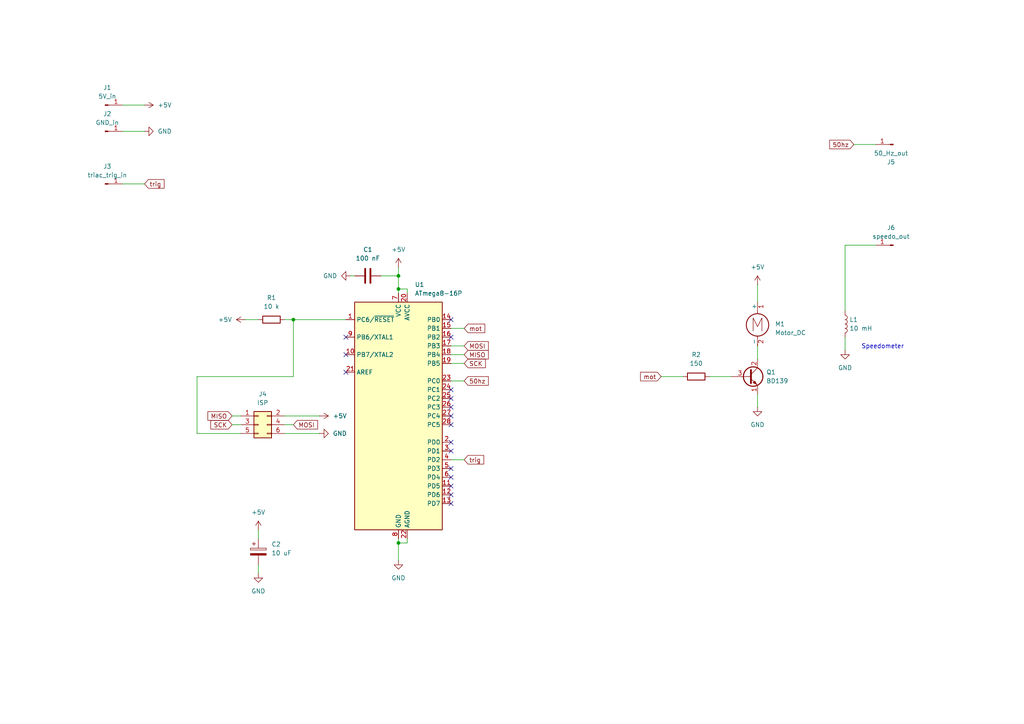
<source format=kicad_sch>
(kicad_sch (version 20231120) (generator "eeschema") (generator_version "8.0")
  (paper "A4")
  (title_block (title "Motor mockup"))
  (lib_symbols
    (symbol "Connector:Conn_01x01_Pin" (pin_names (offset 1.016) hide)
      (property "Reference" "J" (at 0 2.54 0))
      (property "Value" "Conn_01x01_Pin" (at 0 -2.54 0))
      (symbol "Conn_01x01_Pin_1_1"
        (polyline (pts (xy 1.27 0) (xy 0.8636 0)) (stroke (width 0.1524)))
        (rectangle (start 0.8636 0.127) (end 0 -0.127) (stroke (width 0.1524)) (fill (type outline)))
        (pin passive line (at 5.08 0 180) (length 3.81) (name "Pin_1") (number "1"))
      )
    )
    (symbol "Connector_Generic:Conn_02x03_Odd_Even" (pin_names (offset 1.016) hide)
      (property "Reference" "J" (at 1.27 5.08 0))
      (property "Value" "Conn_02x03_Odd_Even" (at 1.27 -5.08 0))
      (symbol "Conn_02x03_Odd_Even_1_1"
        (rectangle (start -1.27 -2.413) (end 0 -2.667) (stroke (width 0.1524)))
        (rectangle (start -1.27 0.127) (end 0 -0.127) (stroke (width 0.1524)))
        (rectangle (start -1.27 2.667) (end 0 2.413) (stroke (width 0.1524)))
        (rectangle (start -1.27 3.81) (end 3.81 -3.81) (stroke (width 0.254)) (fill (type background)))
        (rectangle (start 3.81 -2.413) (end 2.54 -2.667) (stroke (width 0.1524)))
        (rectangle (start 3.81 0.127) (end 2.54 -0.127) (stroke (width 0.1524)))
        (rectangle (start 3.81 2.667) (end 2.54 2.413) (stroke (width 0.1524)))
        (pin passive line (at -5.08 2.54 0) (length 3.81) (name "Pin_1") (number "1"))
        (pin passive line (at 7.62 2.54 180) (length 3.81) (name "Pin_2") (number "2"))
        (pin passive line (at -5.08 0 0) (length 3.81) (name "Pin_3") (number "3"))
        (pin passive line (at 7.62 0 180) (length 3.81) (name "Pin_4") (number "4"))
        (pin passive line (at -5.08 -2.54 0) (length 3.81) (name "Pin_5") (number "5"))
        (pin passive line (at 7.62 -2.54 180) (length 3.81) (name "Pin_6") (number "6"))
      )
    )
    (symbol "Device:C" (pin_numbers hide) (pin_names (offset 0.254))
      (property "Reference" "C" (at 0.635 2.54 0))
      (property "Value" "C" (at 0.635 -2.54 0))
      (symbol "C_0_1"
        (polyline (pts (xy -2.032 -0.762) (xy 2.032 -0.762)) (stroke (width 0.508)))
        (polyline (pts (xy -2.032 0.762) (xy 2.032 0.762)) (stroke (width 0.508)))
      )
      (symbol "C_1_1"
        (pin passive line (at 0 3.81 270) (length 2.794) (name "~") (number "1"))
        (pin passive line (at 0 -3.81 90) (length 2.794) (name "~") (number "2"))
      )
    )
    (symbol "Device:C_Polarized" (pin_numbers hide) (pin_names (offset 0.254))
      (property "Reference" "C" (at 0.635 2.54 0))
      (property "Value" "C_Polarized" (at 0.635 -2.54 0))
      (symbol "C_Polarized_0_1"
        (rectangle (start -2.286 0.508) (end 2.286 1.016))
        (polyline (pts (xy -1.778 2.286) (xy -0.762 2.286)))
        (polyline (pts (xy -1.27 2.794) (xy -1.27 1.778)))
        (rectangle (start 2.286 -0.508) (end -2.286 -1.016) (fill (type outline)))
      )
      (symbol "C_Polarized_1_1"
        (pin passive line (at 0 3.81 270) (length 2.794) (name "~") (number "1"))
        (pin passive line (at 0 -3.81 90) (length 2.794) (name "~") (number "2"))
      )
    )
    (symbol "Device:L" (pin_numbers hide) (pin_names (offset 1.016) hide)
      (property "Reference" "L" (at -1.27 0 90))
      (property "Value" "L" (at 1.905 0 90))
      (symbol "L_0_1"
        (arc (start 0 -2.54) (mid 0.6323 -1.905) (end 0 -1.27))
        (arc (start 0 -1.27) (mid 0.6323 -0.635) (end 0 0))
        (arc (start 0 0) (mid 0.6323 0.635) (end 0 1.27))
        (arc (start 0 1.27) (mid 0.6323 1.905) (end 0 2.54))
      )
      (symbol "L_1_1"
        (pin passive line (at 0 3.81 270) (length 1.27) (name "1") (number "1"))
        (pin passive line (at 0 -3.81 90) (length 1.27) (name "2") (number "2"))
      )
    )
    (symbol "Device:R" (pin_numbers hide) (pin_names (offset 0))
      (property "Reference" "R" (at 2.032 0 90))
      (property "Value" "R" (at 0 0 90))
      (symbol "R_0_1"
        (rectangle (start -1.016 -2.54) (end 1.016 2.54) (stroke (width 0.254)))
      )
      (symbol "R_1_1"
        (pin passive line (at 0 3.81 270) (length 1.27) (name "~") (number "1"))
        (pin passive line (at 0 -3.81 90) (length 1.27) (name "~") (number "2"))
      )
    )
    (symbol "MCU_Microchip_ATmega:ATmega8-16P"
      (property "Reference" "U" (at -12.7 34.29 0))
      (property "Value" "ATmega8-16P" (at 5.08 -34.29 0))
      (symbol "ATmega8-16P_0_1"
        (rectangle (start -12.7 -33.02) (end 12.7 33.02) (stroke (width 0.254)) (fill (type background)))
      )
      (symbol "ATmega8-16P_1_1"
        (pin bidirectional line (at -15.24 27.94 0) (length 2.54) (name "PC6/~{RESET}") (number "1"))
        (pin bidirectional line (at -15.24 17.78 0) (length 2.54) (name "PB7/XTAL2") (number "10"))
        (pin bidirectional line (at 15.24 -20.32 180) (length 2.54) (name "PD5") (number "11"))
        (pin bidirectional line (at 15.24 -22.86 180) (length 2.54) (name "PD6") (number "12"))
        (pin bidirectional line (at 15.24 -25.4 180) (length 2.54) (name "PD7") (number "13"))
        (pin bidirectional line (at 15.24 27.94 180) (length 2.54) (name "PB0") (number "14"))
        (pin bidirectional line (at 15.24 25.4 180) (length 2.54) (name "PB1") (number "15"))
        (pin bidirectional line (at 15.24 22.86 180) (length 2.54) (name "PB2") (number "16"))
        (pin bidirectional line (at 15.24 20.32 180) (length 2.54) (name "PB3") (number "17"))
        (pin bidirectional line (at 15.24 17.78 180) (length 2.54) (name "PB4") (number "18"))
        (pin bidirectional line (at 15.24 15.24 180) (length 2.54) (name "PB5") (number "19"))
        (pin bidirectional line (at 15.24 -7.62 180) (length 2.54) (name "PD0") (number "2"))
        (pin power_in line (at 2.54 35.56 270) (length 2.54) (name "AVCC") (number "20"))
        (pin passive line (at -15.24 12.7 0) (length 2.54) (name "AREF") (number "21"))
        (pin power_in line (at 2.54 -35.56 90) (length 2.54) (name "AGND") (number "22"))
        (pin bidirectional line (at 15.24 10.16 180) (length 2.54) (name "PC0") (number "23"))
        (pin bidirectional line (at 15.24 7.62 180) (length 2.54) (name "PC1") (number "24"))
        (pin bidirectional line (at 15.24 5.08 180) (length 2.54) (name "PC2") (number "25"))
        (pin bidirectional line (at 15.24 2.54 180) (length 2.54) (name "PC3") (number "26"))
        (pin bidirectional line (at 15.24 0 180) (length 2.54) (name "PC4") (number "27"))
        (pin bidirectional line (at 15.24 -2.54 180) (length 2.54) (name "PC5") (number "28"))
        (pin bidirectional line (at 15.24 -10.16 180) (length 2.54) (name "PD1") (number "3"))
        (pin bidirectional line (at 15.24 -12.7 180) (length 2.54) (name "PD2") (number "4"))
        (pin bidirectional line (at 15.24 -15.24 180) (length 2.54) (name "PD3") (number "5"))
        (pin bidirectional line (at 15.24 -17.78 180) (length 2.54) (name "PD4") (number "6"))
        (pin power_in line (at 0 35.56 270) (length 2.54) (name "VCC") (number "7"))
        (pin power_in line (at 0 -35.56 90) (length 2.54) (name "GND") (number "8"))
        (pin bidirectional line (at -15.24 22.86 0) (length 2.54) (name "PB6/XTAL1") (number "9"))
      )
    )
    (symbol "Motor:Motor_DC" (pin_names (offset 0))
      (property "Reference" "M" (at 2.54 2.54 0))
      (property "Value" "Motor_DC" (at 2.54 -5.08 0))
      (symbol "Motor_DC_0_0"
        (polyline (pts (xy -1.27 -3.302) (xy -1.27 0.508) (xy 0 -2.032) (xy 1.27 0.508) (xy 1.27 -3.302)))
      )
      (symbol "Motor_DC_0_1"
        (circle (center 0 -1.524) (radius 3.2512) (stroke (width 0.254)))
        (polyline (pts (xy 0 -7.62) (xy 0 -7.112)))
        (polyline (pts (xy 0 -4.7752) (xy 0 -5.1816)))
        (polyline (pts (xy 0 1.7272) (xy 0 2.0828)))
        (polyline (pts (xy 0 2.032) (xy 0 2.54)))
      )
      (symbol "Motor_DC_1_1"
        (pin passive line (at 0 5.08 270) (length 2.54) (name "+") (number "1"))
        (pin passive line (at 0 -7.62 90) (length 2.54) (name "-") (number "2"))
      )
    )
    (symbol "Transistor_BJT:BD139" (pin_names (offset 0) hide)
      (property "Reference" "Q" (at 5.08 1.905 0))
      (property "Value" "BD139" (at 5.08 0 0))
      (symbol "BD139_0_1"
        (polyline (pts (xy 0 0) (xy 0.635 0)))
        (polyline (pts (xy 2.54 -2.54) (xy 0.635 -0.635)))
        (polyline (pts (xy 2.54 2.54) (xy 0.635 0.635)))
        (polyline (pts (xy 0.635 1.905) (xy 0.635 -1.905) (xy 0.635 -1.905)) (stroke (width 0.508)) (fill (type outline)))
        (polyline (pts (xy 1.2446 -1.778) (xy 1.7526 -1.27) (xy 2.286 -2.286) (xy 1.2446 -1.778) (xy 1.2446 -1.778)) (fill (type outline)))
        (circle (center 1.27 0) (radius 2.8194) (stroke (width 0.3048)))
      )
      (symbol "BD139_1_1"
        (pin passive line (at 2.54 -5.08 90) (length 2.54) (name "E") (number "1"))
        (pin passive line (at 2.54 5.08 270) (length 2.54) (name "C") (number "2"))
        (pin input line (at -5.08 0 0) (length 5.08) (name "B") (number "3"))
      )
    )
    (symbol "power:+5V" (power) (pin_numbers hide) (pin_names (offset 0) hide)
      (property "Value" "+5V" (at 0 3.556 0))
      (symbol "+5V_0_1"
        (polyline (pts (xy -0.762 1.27) (xy 0 2.54)))
        (polyline (pts (xy 0 0) (xy 0 2.54)))
        (polyline (pts (xy 0 2.54) (xy 0.762 1.27)))
      )
      (symbol "+5V_1_1"
        (pin power_in line (at 0 0 90) (length 0) (name "~") (number "1"))
      )
    )
    (symbol "power:GND" (power) (pin_numbers hide) (pin_names (offset 0) hide)
      (property "Value" "GND" (at 0 -3.81 0))
      (symbol "GND_0_1"
        (polyline (pts (xy 0 0) (xy 0 -1.27) (xy 1.27 -1.27) (xy 0 -2.54) (xy -1.27 -1.27) (xy 0 -1.27)))
      )
      (symbol "GND_1_1"
        (pin power_in line (at 0 0 270) (length 0) (name "~") (number "1"))
      )
    )
  )
  (junction (at 115.57 80.01))
  (junction (at 115.57 157.48))
  (junction (at 115.57 83.82))
  (junction (at 85.09 92.71))
  (no_connect (at 130.81 135.89))
  (no_connect (at 130.81 123.19))
  (no_connect (at 100.33 97.79))
  (no_connect (at 130.81 138.43))
  (no_connect (at 130.81 120.65))
  (no_connect (at 100.33 107.95))
  (no_connect (at 130.81 115.57))
  (no_connect (at 130.81 140.97))
  (no_connect (at 130.81 92.71))
  (no_connect (at 130.81 97.79))
  (no_connect (at 130.81 146.05))
  (no_connect (at 100.33 102.87))
  (no_connect (at 130.81 128.27))
  (no_connect (at 130.81 130.81))
  (no_connect (at 130.81 118.11))
  (no_connect (at 130.81 143.51))
  (no_connect (at 130.81 113.03))
  (wire (pts (xy 35.56 30.48) (xy 41.91 30.48)))
  (wire (pts (xy 245.11 97.79) (xy 245.11 101.6)))
  (wire (pts (xy 82.55 123.19) (xy 85.09 123.19)))
  (wire (pts (xy 245.11 90.17) (xy 245.11 71.12)))
  (wire (pts (xy 110.49 80.01) (xy 115.57 80.01)))
  (wire (pts (xy 74.93 163.83) (xy 74.93 166.37)))
  (wire (pts (xy 82.55 125.73) (xy 92.71 125.73)))
  (wire (pts (xy 219.71 82.55) (xy 219.71 87.63)))
  (wire (pts (xy 118.11 157.48) (xy 115.57 157.48)))
  (wire (pts (xy 115.57 156.21) (xy 115.57 157.48)))
  (wire (pts (xy 205.74 109.22) (xy 212.09 109.22)))
  (wire (pts (xy 85.09 92.71) (xy 85.09 109.22)))
  (wire (pts (xy 57.15 109.22) (xy 57.15 125.73)))
  (wire (pts (xy 191.77 109.22) (xy 198.12 109.22)))
  (wire (pts (xy 67.31 120.65) (xy 69.85 120.65)))
  (wire (pts (xy 130.81 100.33) (xy 134.62 100.33)))
  (wire (pts (xy 115.57 77.47) (xy 115.57 80.01)))
  (wire (pts (xy 85.09 109.22) (xy 57.15 109.22)))
  (wire (pts (xy 57.15 125.73) (xy 69.85 125.73)))
  (wire (pts (xy 245.11 71.12) (xy 254 71.12)))
  (wire (pts (xy 254 41.91) (xy 247.65 41.91)))
  (wire (pts (xy 82.55 120.65) (xy 92.71 120.65)))
  (wire (pts (xy 115.57 83.82) (xy 115.57 85.09)))
  (wire (pts (xy 130.81 102.87) (xy 134.62 102.87)))
  (wire (pts (xy 71.12 92.71) (xy 74.93 92.71)))
  (wire (pts (xy 82.55 92.71) (xy 85.09 92.71)))
  (wire (pts (xy 130.81 95.25) (xy 134.62 95.25)))
  (wire (pts (xy 35.56 38.1) (xy 41.91 38.1)))
  (wire (pts (xy 130.81 133.35) (xy 134.62 133.35)))
  (wire (pts (xy 118.11 85.09) (xy 118.11 83.82)))
  (wire (pts (xy 130.81 110.49) (xy 134.62 110.49)))
  (wire (pts (xy 130.81 105.41) (xy 134.62 105.41)))
  (wire (pts (xy 219.71 100.33) (xy 219.71 104.14)))
  (wire (pts (xy 74.93 153.67) (xy 74.93 156.21)))
  (wire (pts (xy 219.71 114.3) (xy 219.71 118.11)))
  (wire (pts (xy 35.56 53.34) (xy 41.91 53.34)))
  (wire (pts (xy 118.11 156.21) (xy 118.11 157.48)))
  (wire (pts (xy 115.57 157.48) (xy 115.57 162.56)))
  (wire (pts (xy 115.57 80.01) (xy 115.57 83.82)))
  (wire (pts (xy 67.31 123.19) (xy 69.85 123.19)))
  (wire (pts (xy 101.6 80.01) (xy 102.87 80.01)))
  (wire (pts (xy 85.09 92.71) (xy 100.33 92.71)))
  (wire (pts (xy 115.57 83.82) (xy 118.11 83.82)))
  (text "Speedometer" (at 256.032 100.584 0) (effects (font (size 1.27 1.27))))
  (global_label "mot" (shape input) (at 134.62 95.25 0) (property "Intersheetrefs" "${INTERSHEET_REFS}" (effects (hide yes))))
  (global_label "MOSI" (shape input) (at 134.62 100.33 0) (property "Intersheetrefs" "${INTERSHEET_REFS}" (effects (hide yes))))
  (global_label "SCK" (shape input) (at 67.31 123.19 180) (property "Intersheetrefs" "${INTERSHEET_REFS}" (effects (hide yes))))
  (global_label "50hz" (shape input) (at 247.65 41.91 180) (property "Intersheetrefs" "${INTERSHEET_REFS}" (effects (hide yes))))
  (global_label "trig" (shape input) (at 134.62 133.35 0) (property "Intersheetrefs" "${INTERSHEET_REFS}" (effects (hide yes))))
  (global_label "SCK" (shape input) (at 134.62 105.41 0) (property "Intersheetrefs" "${INTERSHEET_REFS}" (effects (hide yes))))
  (global_label "MOSI" (shape input) (at 85.09 123.19 0) (property "Intersheetrefs" "${INTERSHEET_REFS}" (effects (hide yes))))
  (global_label "MISO" (shape input) (at 134.62 102.87 0) (property "Intersheetrefs" "${INTERSHEET_REFS}" (effects (hide yes))))
  (global_label "mot" (shape input) (at 191.77 109.22 180) (property "Intersheetrefs" "${INTERSHEET_REFS}" (effects (hide yes))))
  (global_label "trig" (shape input) (at 41.91 53.34 0) (property "Intersheetrefs" "${INTERSHEET_REFS}" (effects (hide yes))))
  (global_label "MISO" (shape input) (at 67.31 120.65 180) (property "Intersheetrefs" "${INTERSHEET_REFS}" (effects (hide yes))))
  (global_label "50hz" (shape input) (at 134.62 110.49 0) (property "Intersheetrefs" "${INTERSHEET_REFS}" (effects (hide yes))))
  (symbol (lib_id "Device:R") (at 201.93 109.22 90) (unit 1)
    (property "Reference" "R2" (at 201.93 102.87 90))
    (property "Value" "150" (at 201.93 105.41 90))
    (property "Description" "Resistor" (effects (hide yes)))
  )
  (symbol (lib_id "Connector:Conn_01x01_Pin") (at 30.48 30.48 0) (unit 1)
    (property "Reference" "J1" (at 31.115 25.4 0))
    (property "Value" "5V_in" (at 31.115 27.94 0))
    (property "Description" "Generic connector, single row, 01x01, script generated" (effects (hide yes)))
  )
  (symbol (lib_id "Connector:Conn_01x01_Pin") (at 259.08 41.91 180) (unit 1)
    (property "Reference" "J5" (at 258.445 46.99 0))
    (property "Value" "50_Hz_out" (at 258.445 44.45 0))
    (property "Description" "Generic connector, single row, 01x01, script generated" (effects (hide yes)))
  )
  (symbol (lib_id "MCU_Microchip_ATmega:ATmega8-16P") (at 115.57 120.65 0) (unit 1)
    (property "Reference" "U1" (at 120.3041 82.55 0) (effects (justify left)))
    (property "Value" "ATmega8-16P" (at 120.3041 85.09 0) (effects (justify left)))
    (property "Footprint" "Package_DIP:DIP-28_W7.62mm" (effects (hide yes)))
    (property "Datasheet" "http://ww1.microchip.com/downloads/en/DeviceDoc/atmel-2486-8-bit-avr-microcontroller-atmega8_l_datasheet.pdf" (effects (hide yes)))
    (property "Description" "16MHz, 8kB Flash, 1kB SRAM, 512B EEPROM, DIP-28" (effects (hide yes)))
  )
  (symbol (lib_id "Device:L") (at 245.11 93.98 0) (unit 1)
    (property "Reference" "L1" (at 246.38 92.7099 0) (effects (justify left)))
    (property "Value" "10 mH" (at 246.38 95.2499 0) (effects (justify left)))
    (property "Description" "Inductor" (effects (hide yes)))
  )
  (symbol (lib_id "power:+5V") (at 115.57 77.47 0) (unit 1)
    (property "Reference" "#PWR07" (effects (hide yes)))
    (property "Value" "+5V" (at 115.57 72.39 0))
    (property "Description" "Power symbol creates a global label with name \"+5V\"" (effects (hide yes)))
  )
  (symbol (lib_id "Connector:Conn_01x01_Pin") (at 30.48 38.1 0) (unit 1)
    (property "Reference" "J2" (at 31.115 33.02 0))
    (property "Value" "GND_in" (at 31.115 35.56 0))
    (property "Description" "Generic connector, single row, 01x01, script generated" (effects (hide yes)))
  )
  (symbol (lib_id "Device:C_Polarized") (at 74.93 160.02 0) (unit 1)
    (property "Reference" "C2" (at 78.74 157.8609 0) (effects (justify left)))
    (property "Value" "10 uF" (at 78.74 160.4009 0) (effects (justify left)))
    (property "Description" "Polarized capacitor" (effects (hide yes)))
  )
  (symbol (lib_id "power:+5V") (at 41.91 30.48 270) (unit 1)
    (property "Reference" "#PWR01" (effects (hide yes)))
    (property "Value" "+5V" (at 45.72 30.4799 90) (effects (justify left)))
    (property "Description" "Power symbol creates a global label with name \"+5V\"" (effects (hide yes)))
  )
  (symbol (lib_id "power:GND") (at 115.57 162.56 0) (unit 1)
    (property "Reference" "#PWR08" (effects (hide yes)))
    (property "Value" "GND" (at 115.57 167.64 0))
    (property "Description" "Power symbol creates a global label with name \"GND\" , ground" (effects (hide yes)))
  )
  (symbol (lib_id "power:GND") (at 219.71 118.11 0) (unit 1)
    (property "Reference" "#PWR010" (effects (hide yes)))
    (property "Value" "GND" (at 219.71 123.19 0))
    (property "Description" "Power symbol creates a global label with name \"GND\" , ground" (effects (hide yes)))
  )
  (symbol (lib_id "Transistor_BJT:BD139") (at 217.17 109.22 0) (unit 1)
    (property "Reference" "Q1" (at 222.25 107.9499 0) (effects (justify left)))
    (property "Value" "BD139" (at 222.25 110.4899 0) (effects (justify left)))
    (property "Footprint" "Package_TO_SOT_THT:TO-126-3_Vertical" (effects (hide yes)))
    (property "Datasheet" "http://www.st.com/internet/com/TECHNICAL_RESOURCES/TECHNICAL_LITERATURE/DATASHEET/CD00001225.pdf" (effects (hide yes)))
    (property "Description" "1.5A Ic, 80V Vce, Low Voltage Transistor, TO-126" (effects (hide yes)))
  )
  (symbol (lib_id "Connector:Conn_01x01_Pin") (at 30.48 53.34 0) (unit 1)
    (property "Reference" "J3" (at 31.115 48.26 0))
    (property "Value" "triac_trig_in" (at 31.115 50.8 0))
    (property "Description" "Generic connector, single row, 01x01, script generated" (effects (hide yes)))
  )
  (symbol (lib_id "power:GND") (at 245.11 101.6 0) (unit 1)
    (property "Reference" "#PWR011" (effects (hide yes)))
    (property "Value" "GND" (at 245.11 106.68 0))
    (property "Description" "Power symbol creates a global label with name \"GND\" , ground" (effects (hide yes)))
  )
  (symbol (lib_id "power:GND") (at 41.91 38.1 90) (unit 1)
    (property "Reference" "#PWR02" (effects (hide yes)))
    (property "Value" "GND" (at 45.72 38.0999 90) (effects (justify right)))
    (property "Description" "Power symbol creates a global label with name \"GND\" , ground" (effects (hide yes)))
  )
  (symbol (lib_id "power:GND") (at 74.93 166.37 0) (unit 1)
    (property "Reference" "#PWR013" (effects (hide yes)))
    (property "Value" "GND" (at 74.93 171.45 0))
    (property "Description" "Power symbol creates a global label with name \"GND\" , ground" (effects (hide yes)))
  )
  (symbol (lib_id "power:GND") (at 101.6 80.01 270) (unit 1)
    (property "Reference" "#PWR06" (effects (hide yes)))
    (property "Value" "GND" (at 97.79 80.0099 90) (effects (justify right)))
    (property "Description" "Power symbol creates a global label with name \"GND\" , ground" (effects (hide yes)))
  )
  (symbol (lib_id "power:+5V") (at 74.93 153.67 0) (unit 1)
    (property "Reference" "#PWR012" (effects (hide yes)))
    (property "Value" "+5V" (at 74.93 148.59 0))
    (property "Description" "Power symbol creates a global label with name \"+5V\"" (effects (hide yes)))
  )
  (symbol (lib_id "power:+5V") (at 71.12 92.71 90) (unit 1)
    (property "Reference" "#PWR03" (effects (hide yes)))
    (property "Value" "+5V" (at 67.31 92.7099 90) (effects (justify left)))
    (property "Description" "Power symbol creates a global label with name \"+5V\"" (effects (hide yes)))
  )
  (symbol (lib_id "Motor:Motor_DC") (at 219.71 92.71 0) (unit 1)
    (property "Reference" "M1" (at 224.79 93.9799 0) (effects (justify left)))
    (property "Value" "Motor_DC" (at 224.79 96.5199 0) (effects (justify left)))
    (property "Description" "DC Motor" (effects (hide yes)))
  )
  (symbol (lib_id "power:GND") (at 92.71 125.73 90) (unit 1)
    (property "Reference" "#PWR05" (effects (hide yes)))
    (property "Value" "GND" (at 96.52 125.7299 90) (effects (justify right)))
    (property "Description" "Power symbol creates a global label with name \"GND\" , ground" (effects (hide yes)))
  )
  (symbol (lib_id "Connector_Generic:Conn_02x03_Odd_Even") (at 74.93 123.19 0) (unit 1)
    (property "Reference" "J4" (at 76.2 114.3 0))
    (property "Value" "ISP" (at 76.2 116.84 0))
    (property "Description" "Generic connector, double row, 02x03, odd/even pin numbering scheme (row 1 odd numbers, row 2 even numbers), script generated (kicad-library-utils/schlib/autogen/connector/)" (effects (hide yes)))
  )
  (symbol (lib_id "Device:C") (at 106.68 80.01 90) (unit 1)
    (property "Reference" "C1" (at 106.68 72.39 90))
    (property "Value" "100 nF" (at 106.68 74.93 90))
    (property "Description" "Unpolarized capacitor" (effects (hide yes)))
  )
  (symbol (lib_id "Device:R") (at 78.74 92.71 90) (unit 1)
    (property "Reference" "R1" (at 78.74 86.36 90))
    (property "Value" "10 k" (at 78.74 88.9 90))
    (property "Description" "Resistor" (effects (hide yes)))
  )
  (symbol (lib_id "Connector:Conn_01x01_Pin") (at 259.08 71.12 180) (unit 1)
    (property "Reference" "J6" (at 258.445 66.04 0))
    (property "Value" "speedo_out" (at 258.445 68.58 0))
    (property "Description" "Generic connector, single row, 01x01, script generated" (effects (hide yes)))
  )
  (symbol (lib_id "power:+5V") (at 219.71 82.55 0) (unit 1)
    (property "Reference" "#PWR09" (effects (hide yes)))
    (property "Value" "+5V" (at 219.71 77.47 0))
    (property "Description" "Power symbol creates a global label with name \"+5V\"" (effects (hide yes)))
  )
  (symbol (lib_id "power:+5V") (at 92.71 120.65 270) (unit 1)
    (property "Reference" "#PWR04" (effects (hide yes)))
    (property "Value" "+5V" (at 96.52 120.6499 90) (effects (justify left)))
    (property "Description" "Power symbol creates a global label with name \"+5V\"" (effects (hide yes)))
  )
)
</source>
